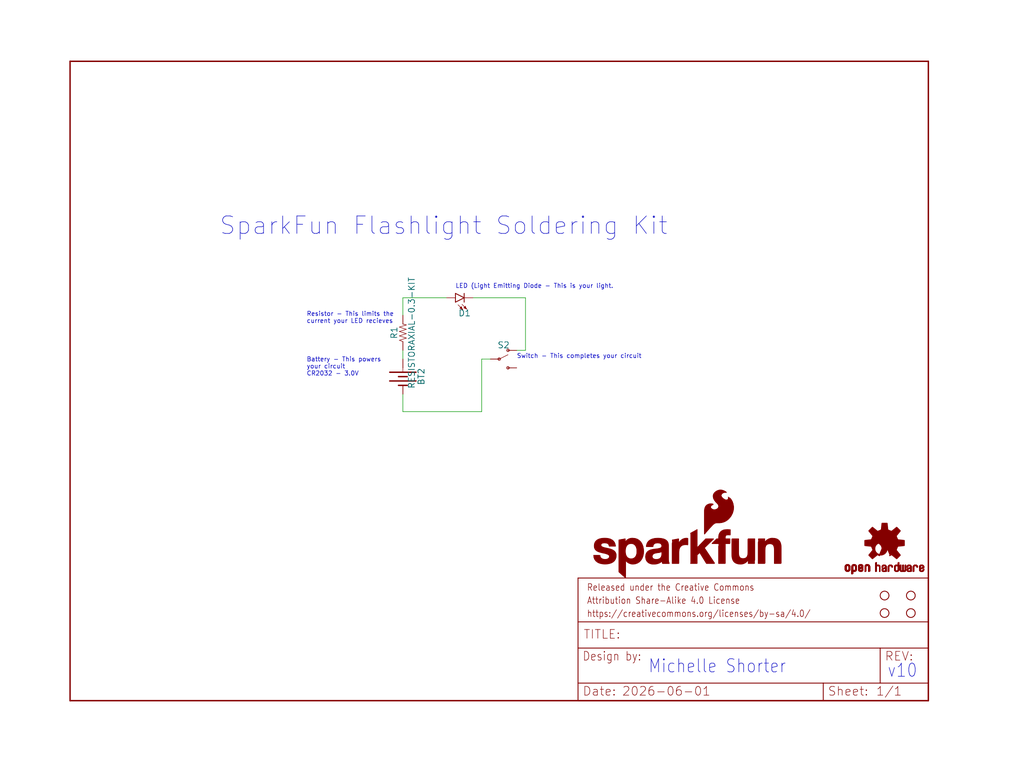
<source format=kicad_sch>
(kicad_sch (version 20230121) (generator eeschema)
  (paper "User" 297.002 223.926)
  (lib_symbols
    (symbol "SparkFun Basic Flashlight-eagle-import:BATTERY-20MM_PTH_KIT"
      (property "Reference" "BT" (at 0 4.318 0))
      (symbol "BATTERY-20MM_PTH_KIT_1_0"
        (pin power_in line (at -5.08 0 0) (length 2.54) (name "+") (number "1"))
        (pin power_in line (at 5.08 0 180) (length 2.54) (name "-") (number "2"))
      )
    )
    (symbol "SparkFun Basic Flashlight-eagle-import:FRAME-LETTER"
      (symbol "FRAME-LETTER_2_0"
        (text "${#}/${##}" (at 86.36 1.27 0) (effects (font (size 2.54 2.54)) (justify left bottom)))
        (text "${CURRENT_DATE}" (at 12.7 1.27 0) (effects (font (size 2.54 2.54)) (justify left bottom)))
        (text "${PROJECTNAME}" (at 15.494 17.78 0) (effects (font (size 2.7432 2.7432)) (justify left bottom)))
        (text "Attribution Share-Alike 4.0 License" (at 2.54 27.94 0) (effects (font (size 1.9304 1.6408)) (justify left bottom)))
        (text "Date:" (at 1.27 1.27 0) (effects (font (size 2.54 2.54)) (justify left bottom)))
        (text "Design by:" (at 1.27 11.43 0) (effects (font (size 2.54 2.159)) (justify left bottom)))
        (text "https://creativecommons.org/licenses/by-sa/4.0/" (at 2.54 24.13 0) (effects (font (size 1.9304 1.6408)) (justify left bottom)))
        (text "Released under the Creative Commons" (at 2.54 31.75 0) (effects (font (size 1.9304 1.6408)) (justify left bottom)))
        (text "REV:" (at 88.9 11.43 0) (effects (font (size 2.54 2.54)) (justify left bottom)))
        (text "Sheet:" (at 72.39 1.27 0) (effects (font (size 2.54 2.54)) (justify left bottom)))
        (text "TITLE:" (at 1.524 17.78 0) (effects (font (size 2.54 2.54)) (justify left bottom)))
      )
    )
    (symbol "SparkFun Basic Flashlight-eagle-import:LED-5MM-KIT-NO-SILK"
      (property "Reference" "D" (at -3.429 -4.572 90))
      (symbol "LED-5MM-KIT-NO-SILK_1_0"
        (pin passive line (at 0 2.54 270) (length 2.54) (name "A") (number "A"))
        (pin passive line (at 0 -5.08 90) (length 2.54) (name "C") (number "K"))
      )
    )
    (symbol "SparkFun Basic Flashlight-eagle-import:OSHW-LOGOS")
    (symbol "SparkFun Basic Flashlight-eagle-import:RESISTORAXIAL-0.3-KIT"
      (property "Reference" "R" (at 0 1.524 0))
      (symbol "RESISTORAXIAL-0.3-KIT_1_0"
        (pin passive line (at -5.08 0 0) (length 2.54) (name "1") (number "P$1"))
        (pin passive line (at 5.08 0 180) (length 2.54) (name "2") (number "P$2"))
      )
    )
    (symbol "SparkFun Basic Flashlight-eagle-import:SFE_LOGO_FLAME.1_INCH")
    (symbol "SparkFun Basic Flashlight-eagle-import:SFE_LOGO_NAME.2_INCH")
    (symbol "SparkFun Basic Flashlight-eagle-import:SFE_LOGO_NAME_FLAME.2_INCH")
    (symbol "SparkFun Basic Flashlight-eagle-import:STAND-OFF")
    (symbol "SparkFun Basic Flashlight-eagle-import:SWITCH-SPDT-PTH-11.6X4.0MM-KIT"
      (property "Reference" "S" (at 1.27 3.048 0))
      (symbol "SWITCH-SPDT-PTH-11.6X4.0MM-KIT_1_0"
        (pin passive line (at 5.08 2.54 180) (length 2.54) (name "O") (number "1"))
        (pin passive line (at -2.54 0 0) (length 2.54) (name "P") (number "2"))
        (pin passive line (at 5.08 -2.54 180) (length 2.54) (name "S") (number "3"))
      )
    )
  )
  (wire (pts (xy 139.7 119.38) (xy 116.84 119.38)) (stroke (width 0.1524)))
  (wire (pts (xy 139.7 104.14) (xy 139.7 119.38)) (stroke (width 0.1524)))
  (wire (pts (xy 116.84 91.44) (xy 116.84 86.36)) (stroke (width 0.1524)))
  (wire (pts (xy 137.16 86.36) (xy 152.4 86.36)) (stroke (width 0.1524)))
  (wire (pts (xy 152.4 101.6) (xy 149.86 101.6)) (stroke (width 0.1524)))
  (wire (pts (xy 116.84 104.14) (xy 116.84 101.6)) (stroke (width 0.1524)))
  (wire (pts (xy 142.24 104.14) (xy 139.7 104.14)) (stroke (width 0.1524)))
  (wire (pts (xy 152.4 86.36) (xy 152.4 101.6)) (stroke (width 0.1524)))
  (wire (pts (xy 116.84 86.36) (xy 129.54 86.36)) (stroke (width 0.1524)))
  (wire (pts (xy 116.84 114.3) (xy 116.84 119.38)) (stroke (width 0.1524)))
  (text "LED (Light Emitting Diode - This is your light." (at 132.08 83.82 0) (effects (font (size 1.27 1.27)) (justify left bottom)))
  (text "Battery - This powers\nyour circuit\nCR2032 - 3.0V" (at 88.9 109.22 0) (effects (font (size 1.27 1.27)) (justify left bottom)))
  (text "Michelle Shorter" (at 187.96 195.58 0) (effects (font (size 3.81 3.2385)) (justify left bottom)))
  (text "SparkFun Flashlight Soldering Kit" (at 63.5 68.58 0) (effects (font (size 5.08 5.08)) (justify left bottom)))
  (text "v10" (at 257.302 196.85 0) (effects (font (size 3.81 3.2385)) (justify left bottom)))
  (text "Resistor - This limits the\ncurrent your LED recieves" (at 88.9 93.98 0) (effects (font (size 1.27 1.27)) (justify left bottom)))
  (text "Switch - This completes your circuit" (at 149.86 104.14 0) (effects (font (size 1.27 1.27)) (justify left bottom)))
  (symbol (lib_id "SparkFun Basic Flashlight-eagle-import:RESISTORAXIAL-0.3-KIT") (at 116.84 96.52 90) (unit 1)
    (property "Reference" "R1" (at 115.316 96.52 0) (effects (font (size 1.778 1.778)) (justify bottom)))
    (property "Value" "RESISTORAXIAL-0.3-KIT" (at 118.364 96.52 0) (effects (font (size 1.778 1.778)) (justify top)))
    (property "Footprint" "SparkFun Basic Flashlight:AXIAL-0.3-KIT" (effects hide))
    (property "PROD_ID" "8371" (effects hide))
  )
  (symbol (lib_id "SparkFun Basic Flashlight-eagle-import:SFE_LOGO_NAME_FLAME.2_INCH") (at 171.45 167.894 0) (unit 1)
    (property "Reference" "LOGO3" (effects hide))
    (property "Value" "SFE_LOGO_NAME_FLAME.2_INCH" (effects hide))
    (property "Footprint" "SparkFun Basic Flashlight:SFE_LOGO_NAME_FLAME_.2" (effects hide))
  )
  (symbol (lib_id "SparkFun Basic Flashlight-eagle-import:SWITCH-SPDT-PTH-11.6X4.0MM-KIT") (at 144.78 104.14 0) (unit 1)
    (property "Reference" "S2" (at 146.05 101.092 0) (effects (font (size 1.778 1.778)) (justify bottom)))
    (property "Value" "SWITCH-SPDT-PTH-11.6X4.0MM-KIT" (effects hide))
    (property "Footprint" "SparkFun Basic Flashlight:SWITCH_SPDT_PTH_11.6X4.0MM_KIT" (effects hide))
  )
  (symbol (lib_id "SparkFun Basic Flashlight-eagle-import:FRAME-LETTER") (at 20.32 203.2 0) (unit 1)
    (property "Reference" "FRAME1" (effects hide))
    (property "Value" "FRAME-LETTER" (effects hide))
    (property "Footprint" "SparkFun Basic Flashlight:CREATIVE_COMMONS" (effects hide))
  )
  (symbol (lib_id "SparkFun Basic Flashlight-eagle-import:STAND-OFF") (at 256.54 177.8 0) (unit 1)
    (property "Reference" "H1" (effects hide))
    (property "Value" "STAND-OFF" (effects hide))
    (property "Footprint" "SparkFun Basic Flashlight:STAND-OFF" (effects hide))
  )
  (symbol (lib_id "SparkFun Basic Flashlight-eagle-import:STAND-OFF") (at 264.16 177.8 0) (unit 1)
    (property "Reference" "H2" (effects hide))
    (property "Value" "STAND-OFF" (effects hide))
    (property "Footprint" "SparkFun Basic Flashlight:STAND-OFF" (effects hide))
  )
  (symbol (lib_id "SparkFun Basic Flashlight-eagle-import:OSHW-LOGOS") (at 256.54 157.48 0) (unit 1)
    (property "Reference" "LOGO1" (effects hide))
    (property "Value" "OSHW-LOGOS" (effects hide))
    (property "Footprint" "SparkFun Basic Flashlight:OSHW-LOGO-S" (effects hide))
  )
  (symbol (lib_id "SparkFun Basic Flashlight-eagle-import:FRAME-LETTER") (at 167.64 203.2 0) (unit 2)
    (property "Reference" "FRAME1" (effects hide))
    (property "Value" "FRAME-LETTER" (effects hide))
    (property "Footprint" "SparkFun Basic Flashlight:CREATIVE_COMMONS" (effects hide))
  )
  (symbol (lib_id "SparkFun Basic Flashlight-eagle-import:BATTERY-20MM_PTH_KIT") (at 116.84 109.22 270) (unit 1)
    (property "Reference" "BT2" (at 121.158 109.22 0) (effects (font (size 1.778 1.778)) (justify bottom)))
    (property "Value" "BATTERY-20MM_PTH_KIT" (effects hide))
    (property "Footprint" "SparkFun Basic Flashlight:BATTCOM_20MM_PTH_KIT" (effects hide))
    (property "PROD_ID" "9031" (effects hide))
  )
  (symbol (lib_id "SparkFun Basic Flashlight-eagle-import:LED-5MM-KIT-NO-SILK") (at 132.08 86.36 90) (unit 1)
    (property "Reference" "D1" (at 136.652 89.789 90) (effects (font (size 1.778 1.778)) (justify left bottom)))
    (property "Value" "LED-5MM-KIT-NO-SILK" (effects hide))
    (property "Footprint" "SparkFun Basic Flashlight:LED_5MM-KIT-NO-SILK" (effects hide))
    (property "PROD_ID" "9903" (effects hide))
  )
  (symbol (lib_id "SparkFun Basic Flashlight-eagle-import:STAND-OFF") (at 256.54 172.72 0) (unit 1)
    (property "Reference" "H3" (effects hide))
    (property "Value" "STAND-OFF" (effects hide))
    (property "Footprint" "SparkFun Basic Flashlight:STAND-OFF" (effects hide))
  )
  (symbol (lib_id "SparkFun Basic Flashlight-eagle-import:SFE_LOGO_NAME.2_INCH") (at 170.18 167.64 0) (unit 1)
    (property "Reference" "LOGO4" (effects hide))
    (property "Value" "SFE_LOGO_NAME.2_INCH" (effects hide))
    (property "Footprint" "SparkFun Basic Flashlight:SFE_LOGO_NAME_.2" (effects hide))
  )
  (symbol (lib_id "SparkFun Basic Flashlight-eagle-import:SFE_LOGO_FLAME.1_INCH") (at 203.962 155.448 0) (unit 1)
    (property "Reference" "LOGO2" (effects hide))
    (property "Value" "SFE_LOGO_FLAME.1_INCH" (effects hide))
    (property "Footprint" "SparkFun Basic Flashlight:SFE_LOGO_FLAME_.1" (effects hide))
  )
  (symbol (lib_id "SparkFun Basic Flashlight-eagle-import:STAND-OFF") (at 264.16 172.72 0) (unit 1)
    (property "Reference" "H4" (effects hide))
    (property "Value" "STAND-OFF" (effects hide))
    (property "Footprint" "SparkFun Basic Flashlight:STAND-OFF" (effects hide))
  )
)
</source>
